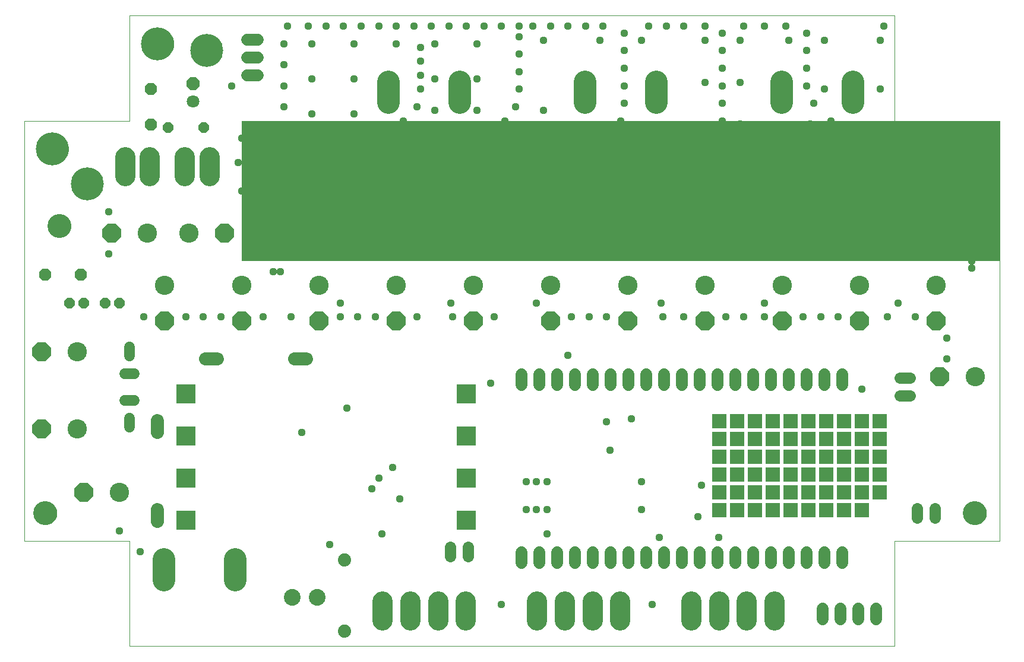
<source format=gbs>
G75*
G70*
%OFA0B0*%
%FSLAX24Y24*%
%IPPOS*%
%LPD*%
%AMOC8*
5,1,8,0,0,1.08239X$1,22.5*
%
%ADD10C,0.0000*%
%ADD11C,0.1340*%
%ADD12R,4.2520X0.7874*%
%ADD13C,0.1852*%
%ADD14C,0.0740*%
%ADD15C,0.0680*%
%ADD16C,0.0640*%
%ADD17C,0.1143*%
%ADD18C,0.1080*%
%ADD19OC8,0.1080*%
%ADD20C,0.0940*%
%ADD21C,0.1145*%
%ADD22C,0.0600*%
%ADD23C,0.0740*%
%ADD24C,0.1261*%
%ADD25R,0.1080X0.1080*%
%ADD26OC8,0.0680*%
%ADD27OC8,0.0600*%
%ADD28OC8,0.0710*%
%ADD29C,0.0710*%
%ADD30C,0.0437*%
%ADD31R,0.0840X0.0840*%
D10*
X008939Y004759D02*
X008939Y010664D01*
X003033Y010664D01*
X003033Y034286D01*
X008939Y034286D01*
X008939Y040192D01*
X051852Y040192D01*
X051852Y034286D01*
X057758Y034286D01*
X057758Y010664D01*
X051852Y010664D01*
X051852Y004759D01*
X008939Y004759D01*
X003584Y012239D02*
X003586Y012289D01*
X003592Y012339D01*
X003602Y012388D01*
X003616Y012436D01*
X003633Y012483D01*
X003654Y012528D01*
X003679Y012572D01*
X003707Y012613D01*
X003739Y012652D01*
X003773Y012689D01*
X003810Y012723D01*
X003850Y012753D01*
X003892Y012780D01*
X003936Y012804D01*
X003982Y012825D01*
X004029Y012841D01*
X004077Y012854D01*
X004127Y012863D01*
X004176Y012868D01*
X004227Y012869D01*
X004277Y012866D01*
X004326Y012859D01*
X004375Y012848D01*
X004423Y012833D01*
X004469Y012815D01*
X004514Y012793D01*
X004557Y012767D01*
X004598Y012738D01*
X004637Y012706D01*
X004673Y012671D01*
X004705Y012633D01*
X004735Y012593D01*
X004762Y012550D01*
X004785Y012506D01*
X004804Y012460D01*
X004820Y012412D01*
X004832Y012363D01*
X004840Y012314D01*
X004844Y012264D01*
X004844Y012214D01*
X004840Y012164D01*
X004832Y012115D01*
X004820Y012066D01*
X004804Y012018D01*
X004785Y011972D01*
X004762Y011928D01*
X004735Y011885D01*
X004705Y011845D01*
X004673Y011807D01*
X004637Y011772D01*
X004598Y011740D01*
X004557Y011711D01*
X004514Y011685D01*
X004469Y011663D01*
X004423Y011645D01*
X004375Y011630D01*
X004326Y011619D01*
X004277Y011612D01*
X004227Y011609D01*
X004176Y011610D01*
X004127Y011615D01*
X004077Y011624D01*
X004029Y011637D01*
X003982Y011653D01*
X003936Y011674D01*
X003892Y011698D01*
X003850Y011725D01*
X003810Y011755D01*
X003773Y011789D01*
X003739Y011826D01*
X003707Y011865D01*
X003679Y011906D01*
X003654Y011950D01*
X003633Y011995D01*
X003616Y012042D01*
X003602Y012090D01*
X003592Y012139D01*
X003586Y012189D01*
X003584Y012239D01*
X004372Y028381D02*
X004374Y028431D01*
X004380Y028481D01*
X004390Y028530D01*
X004404Y028578D01*
X004421Y028625D01*
X004442Y028670D01*
X004467Y028714D01*
X004495Y028755D01*
X004527Y028794D01*
X004561Y028831D01*
X004598Y028865D01*
X004638Y028895D01*
X004680Y028922D01*
X004724Y028946D01*
X004770Y028967D01*
X004817Y028983D01*
X004865Y028996D01*
X004915Y029005D01*
X004964Y029010D01*
X005015Y029011D01*
X005065Y029008D01*
X005114Y029001D01*
X005163Y028990D01*
X005211Y028975D01*
X005257Y028957D01*
X005302Y028935D01*
X005345Y028909D01*
X005386Y028880D01*
X005425Y028848D01*
X005461Y028813D01*
X005493Y028775D01*
X005523Y028735D01*
X005550Y028692D01*
X005573Y028648D01*
X005592Y028602D01*
X005608Y028554D01*
X005620Y028505D01*
X005628Y028456D01*
X005632Y028406D01*
X005632Y028356D01*
X005628Y028306D01*
X005620Y028257D01*
X005608Y028208D01*
X005592Y028160D01*
X005573Y028114D01*
X005550Y028070D01*
X005523Y028027D01*
X005493Y027987D01*
X005461Y027949D01*
X005425Y027914D01*
X005386Y027882D01*
X005345Y027853D01*
X005302Y027827D01*
X005257Y027805D01*
X005211Y027787D01*
X005163Y027772D01*
X005114Y027761D01*
X005065Y027754D01*
X005015Y027751D01*
X004964Y027752D01*
X004915Y027757D01*
X004865Y027766D01*
X004817Y027779D01*
X004770Y027795D01*
X004724Y027816D01*
X004680Y027840D01*
X004638Y027867D01*
X004598Y027897D01*
X004561Y027931D01*
X004527Y027968D01*
X004495Y028007D01*
X004467Y028048D01*
X004442Y028092D01*
X004421Y028137D01*
X004404Y028184D01*
X004390Y028232D01*
X004380Y028281D01*
X004374Y028331D01*
X004372Y028381D01*
X003722Y032712D02*
X003724Y032771D01*
X003730Y032830D01*
X003740Y032888D01*
X003753Y032946D01*
X003771Y033003D01*
X003792Y033058D01*
X003817Y033112D01*
X003846Y033164D01*
X003878Y033213D01*
X003913Y033261D01*
X003951Y033306D01*
X003992Y033349D01*
X004036Y033389D01*
X004082Y033425D01*
X004131Y033459D01*
X004182Y033489D01*
X004235Y033516D01*
X004290Y033539D01*
X004345Y033558D01*
X004403Y033574D01*
X004461Y033586D01*
X004519Y033594D01*
X004578Y033598D01*
X004638Y033598D01*
X004697Y033594D01*
X004755Y033586D01*
X004813Y033574D01*
X004871Y033558D01*
X004926Y033539D01*
X004981Y033516D01*
X005034Y033489D01*
X005085Y033459D01*
X005134Y033425D01*
X005180Y033389D01*
X005224Y033349D01*
X005265Y033306D01*
X005303Y033261D01*
X005338Y033213D01*
X005370Y033164D01*
X005399Y033112D01*
X005424Y033058D01*
X005445Y033003D01*
X005463Y032946D01*
X005476Y032888D01*
X005486Y032830D01*
X005492Y032771D01*
X005494Y032712D01*
X005492Y032653D01*
X005486Y032594D01*
X005476Y032536D01*
X005463Y032478D01*
X005445Y032421D01*
X005424Y032366D01*
X005399Y032312D01*
X005370Y032260D01*
X005338Y032211D01*
X005303Y032163D01*
X005265Y032118D01*
X005224Y032075D01*
X005180Y032035D01*
X005134Y031999D01*
X005085Y031965D01*
X005034Y031935D01*
X004981Y031908D01*
X004926Y031885D01*
X004871Y031866D01*
X004813Y031850D01*
X004755Y031838D01*
X004697Y031830D01*
X004638Y031826D01*
X004578Y031826D01*
X004519Y031830D01*
X004461Y031838D01*
X004403Y031850D01*
X004345Y031866D01*
X004290Y031885D01*
X004235Y031908D01*
X004182Y031935D01*
X004131Y031965D01*
X004082Y031999D01*
X004036Y032035D01*
X003992Y032075D01*
X003951Y032118D01*
X003913Y032163D01*
X003878Y032211D01*
X003846Y032260D01*
X003817Y032312D01*
X003792Y032366D01*
X003771Y032421D01*
X003753Y032478D01*
X003740Y032536D01*
X003730Y032594D01*
X003724Y032653D01*
X003722Y032712D01*
X009628Y038617D02*
X009630Y038676D01*
X009636Y038735D01*
X009646Y038793D01*
X009659Y038851D01*
X009677Y038908D01*
X009698Y038963D01*
X009723Y039017D01*
X009752Y039069D01*
X009784Y039118D01*
X009819Y039166D01*
X009857Y039211D01*
X009898Y039254D01*
X009942Y039294D01*
X009988Y039330D01*
X010037Y039364D01*
X010088Y039394D01*
X010141Y039421D01*
X010196Y039444D01*
X010251Y039463D01*
X010309Y039479D01*
X010367Y039491D01*
X010425Y039499D01*
X010484Y039503D01*
X010544Y039503D01*
X010603Y039499D01*
X010661Y039491D01*
X010719Y039479D01*
X010777Y039463D01*
X010832Y039444D01*
X010887Y039421D01*
X010940Y039394D01*
X010991Y039364D01*
X011040Y039330D01*
X011086Y039294D01*
X011130Y039254D01*
X011171Y039211D01*
X011209Y039166D01*
X011244Y039118D01*
X011276Y039069D01*
X011305Y039017D01*
X011330Y038963D01*
X011351Y038908D01*
X011369Y038851D01*
X011382Y038793D01*
X011392Y038735D01*
X011398Y038676D01*
X011400Y038617D01*
X011398Y038558D01*
X011392Y038499D01*
X011382Y038441D01*
X011369Y038383D01*
X011351Y038326D01*
X011330Y038271D01*
X011305Y038217D01*
X011276Y038165D01*
X011244Y038116D01*
X011209Y038068D01*
X011171Y038023D01*
X011130Y037980D01*
X011086Y037940D01*
X011040Y037904D01*
X010991Y037870D01*
X010940Y037840D01*
X010887Y037813D01*
X010832Y037790D01*
X010777Y037771D01*
X010719Y037755D01*
X010661Y037743D01*
X010603Y037735D01*
X010544Y037731D01*
X010484Y037731D01*
X010425Y037735D01*
X010367Y037743D01*
X010309Y037755D01*
X010251Y037771D01*
X010196Y037790D01*
X010141Y037813D01*
X010088Y037840D01*
X010037Y037870D01*
X009988Y037904D01*
X009942Y037940D01*
X009898Y037980D01*
X009857Y038023D01*
X009819Y038068D01*
X009784Y038116D01*
X009752Y038165D01*
X009723Y038217D01*
X009698Y038271D01*
X009677Y038326D01*
X009659Y038383D01*
X009646Y038441D01*
X009636Y038499D01*
X009630Y038558D01*
X009628Y038617D01*
X016183Y031530D02*
X016185Y031580D01*
X016191Y031630D01*
X016201Y031679D01*
X016215Y031727D01*
X016232Y031774D01*
X016253Y031819D01*
X016278Y031863D01*
X016306Y031904D01*
X016338Y031943D01*
X016372Y031980D01*
X016409Y032014D01*
X016449Y032044D01*
X016491Y032071D01*
X016535Y032095D01*
X016581Y032116D01*
X016628Y032132D01*
X016676Y032145D01*
X016726Y032154D01*
X016775Y032159D01*
X016826Y032160D01*
X016876Y032157D01*
X016925Y032150D01*
X016974Y032139D01*
X017022Y032124D01*
X017068Y032106D01*
X017113Y032084D01*
X017156Y032058D01*
X017197Y032029D01*
X017236Y031997D01*
X017272Y031962D01*
X017304Y031924D01*
X017334Y031884D01*
X017361Y031841D01*
X017384Y031797D01*
X017403Y031751D01*
X017419Y031703D01*
X017431Y031654D01*
X017439Y031605D01*
X017443Y031555D01*
X017443Y031505D01*
X017439Y031455D01*
X017431Y031406D01*
X017419Y031357D01*
X017403Y031309D01*
X017384Y031263D01*
X017361Y031219D01*
X017334Y031176D01*
X017304Y031136D01*
X017272Y031098D01*
X017236Y031063D01*
X017197Y031031D01*
X017156Y031002D01*
X017113Y030976D01*
X017068Y030954D01*
X017022Y030936D01*
X016974Y030921D01*
X016925Y030910D01*
X016876Y030903D01*
X016826Y030900D01*
X016775Y030901D01*
X016726Y030906D01*
X016676Y030915D01*
X016628Y030928D01*
X016581Y030944D01*
X016535Y030965D01*
X016491Y030989D01*
X016449Y031016D01*
X016409Y031046D01*
X016372Y031080D01*
X016338Y031117D01*
X016306Y031156D01*
X016278Y031197D01*
X016253Y031241D01*
X016232Y031286D01*
X016215Y031333D01*
X016201Y031381D01*
X016191Y031430D01*
X016185Y031480D01*
X016183Y031530D01*
X055553Y031530D02*
X055555Y031580D01*
X055561Y031630D01*
X055571Y031679D01*
X055585Y031727D01*
X055602Y031774D01*
X055623Y031819D01*
X055648Y031863D01*
X055676Y031904D01*
X055708Y031943D01*
X055742Y031980D01*
X055779Y032014D01*
X055819Y032044D01*
X055861Y032071D01*
X055905Y032095D01*
X055951Y032116D01*
X055998Y032132D01*
X056046Y032145D01*
X056096Y032154D01*
X056145Y032159D01*
X056196Y032160D01*
X056246Y032157D01*
X056295Y032150D01*
X056344Y032139D01*
X056392Y032124D01*
X056438Y032106D01*
X056483Y032084D01*
X056526Y032058D01*
X056567Y032029D01*
X056606Y031997D01*
X056642Y031962D01*
X056674Y031924D01*
X056704Y031884D01*
X056731Y031841D01*
X056754Y031797D01*
X056773Y031751D01*
X056789Y031703D01*
X056801Y031654D01*
X056809Y031605D01*
X056813Y031555D01*
X056813Y031505D01*
X056809Y031455D01*
X056801Y031406D01*
X056789Y031357D01*
X056773Y031309D01*
X056754Y031263D01*
X056731Y031219D01*
X056704Y031176D01*
X056674Y031136D01*
X056642Y031098D01*
X056606Y031063D01*
X056567Y031031D01*
X056526Y031002D01*
X056483Y030976D01*
X056438Y030954D01*
X056392Y030936D01*
X056344Y030921D01*
X056295Y030910D01*
X056246Y030903D01*
X056196Y030900D01*
X056145Y030901D01*
X056096Y030906D01*
X056046Y030915D01*
X055998Y030928D01*
X055951Y030944D01*
X055905Y030965D01*
X055861Y030989D01*
X055819Y031016D01*
X055779Y031046D01*
X055742Y031080D01*
X055708Y031117D01*
X055676Y031156D01*
X055648Y031197D01*
X055623Y031241D01*
X055602Y031286D01*
X055585Y031333D01*
X055571Y031381D01*
X055561Y031430D01*
X055555Y031480D01*
X055553Y031530D01*
X055750Y012239D02*
X055752Y012289D01*
X055758Y012339D01*
X055768Y012388D01*
X055782Y012436D01*
X055799Y012483D01*
X055820Y012528D01*
X055845Y012572D01*
X055873Y012613D01*
X055905Y012652D01*
X055939Y012689D01*
X055976Y012723D01*
X056016Y012753D01*
X056058Y012780D01*
X056102Y012804D01*
X056148Y012825D01*
X056195Y012841D01*
X056243Y012854D01*
X056293Y012863D01*
X056342Y012868D01*
X056393Y012869D01*
X056443Y012866D01*
X056492Y012859D01*
X056541Y012848D01*
X056589Y012833D01*
X056635Y012815D01*
X056680Y012793D01*
X056723Y012767D01*
X056764Y012738D01*
X056803Y012706D01*
X056839Y012671D01*
X056871Y012633D01*
X056901Y012593D01*
X056928Y012550D01*
X056951Y012506D01*
X056970Y012460D01*
X056986Y012412D01*
X056998Y012363D01*
X057006Y012314D01*
X057010Y012264D01*
X057010Y012214D01*
X057006Y012164D01*
X056998Y012115D01*
X056986Y012066D01*
X056970Y012018D01*
X056951Y011972D01*
X056928Y011928D01*
X056901Y011885D01*
X056871Y011845D01*
X056839Y011807D01*
X056803Y011772D01*
X056764Y011740D01*
X056723Y011711D01*
X056680Y011685D01*
X056635Y011663D01*
X056589Y011645D01*
X056541Y011630D01*
X056492Y011619D01*
X056443Y011612D01*
X056393Y011609D01*
X056342Y011610D01*
X056293Y011615D01*
X056243Y011624D01*
X056195Y011637D01*
X056148Y011653D01*
X056102Y011674D01*
X056058Y011698D01*
X056016Y011725D01*
X055976Y011755D01*
X055939Y011789D01*
X055905Y011826D01*
X055873Y011865D01*
X055845Y011906D01*
X055820Y011950D01*
X055799Y011995D01*
X055782Y012042D01*
X055768Y012090D01*
X055758Y012139D01*
X055752Y012189D01*
X055750Y012239D01*
D11*
X056380Y012239D03*
X056183Y031530D03*
X016813Y031530D03*
X005002Y028381D03*
X004214Y012239D03*
D12*
X036498Y030349D03*
D13*
X013270Y038223D03*
X010514Y038617D03*
X004608Y032712D03*
X006577Y030743D03*
D14*
X020996Y009595D03*
X020996Y005595D03*
D15*
X030923Y009423D02*
X030923Y010023D01*
X031923Y010023D02*
X031923Y009423D01*
X032923Y009423D02*
X032923Y010023D01*
X033923Y010023D02*
X033923Y009423D01*
X034923Y009423D02*
X034923Y010023D01*
X035923Y010023D02*
X035923Y009423D01*
X036923Y009423D02*
X036923Y010023D01*
X037923Y010023D02*
X037923Y009423D01*
X038923Y009423D02*
X038923Y010023D01*
X039923Y010023D02*
X039923Y009423D01*
X040923Y009423D02*
X040923Y010023D01*
X041923Y010023D02*
X041923Y009423D01*
X042923Y009423D02*
X042923Y010023D01*
X043923Y010023D02*
X043923Y009423D01*
X044923Y009423D02*
X044923Y010023D01*
X045923Y010023D02*
X045923Y009423D01*
X046923Y009423D02*
X046923Y010023D01*
X047923Y010023D02*
X047923Y009423D01*
X048923Y009423D02*
X048923Y010023D01*
X048829Y006860D02*
X048829Y006260D01*
X049829Y006260D02*
X049829Y006860D01*
X050829Y006860D02*
X050829Y006260D01*
X047829Y006260D02*
X047829Y006860D01*
X047923Y019423D02*
X047923Y020023D01*
X046923Y020023D02*
X046923Y019423D01*
X045923Y019423D02*
X045923Y020023D01*
X044923Y020023D02*
X044923Y019423D01*
X043923Y019423D02*
X043923Y020023D01*
X042923Y020023D02*
X042923Y019423D01*
X041923Y019423D02*
X041923Y020023D01*
X040923Y020023D02*
X040923Y019423D01*
X039923Y019423D02*
X039923Y020023D01*
X038923Y020023D02*
X038923Y019423D01*
X037923Y019423D02*
X037923Y020023D01*
X036923Y020023D02*
X036923Y019423D01*
X035923Y019423D02*
X035923Y020023D01*
X034923Y020023D02*
X034923Y019423D01*
X033923Y019423D02*
X033923Y020023D01*
X032923Y020023D02*
X032923Y019423D01*
X031923Y019423D02*
X031923Y020023D01*
X030923Y020023D02*
X030923Y019423D01*
X048923Y019423D02*
X048923Y020023D01*
X016144Y036830D02*
X015544Y036830D01*
X015544Y037830D02*
X016144Y037830D01*
X016144Y038830D02*
X015544Y038830D01*
D16*
X052163Y019826D02*
X052723Y019826D01*
X052723Y018826D02*
X052163Y018826D01*
X053124Y012519D02*
X053124Y011959D01*
X054124Y011959D02*
X054124Y012519D01*
X027943Y010354D02*
X027943Y009794D01*
X026943Y009794D02*
X026943Y010354D01*
D17*
X013415Y031170D02*
X013415Y032233D01*
X012037Y032233D02*
X012037Y031170D01*
X010069Y031170D02*
X010069Y032233D01*
X008691Y032233D02*
X008691Y031170D01*
D18*
X009939Y027987D03*
X012270Y027987D03*
X010907Y025050D03*
X015238Y025050D03*
X019569Y025050D03*
X023900Y025050D03*
X028230Y025050D03*
X032561Y025050D03*
X036892Y025050D03*
X041222Y025050D03*
X045553Y025050D03*
X049884Y025050D03*
X054214Y025050D03*
X056396Y019916D03*
X008364Y013420D03*
X006002Y016964D03*
X006002Y021294D03*
D19*
X004002Y021294D03*
X004002Y016964D03*
X006364Y013420D03*
X010907Y023050D03*
X015238Y023050D03*
X019569Y023050D03*
X023900Y023050D03*
X028230Y023050D03*
X032561Y023050D03*
X036892Y023050D03*
X041222Y023050D03*
X045553Y023050D03*
X049884Y023050D03*
X054214Y023050D03*
X054396Y019916D03*
X014270Y027987D03*
X007939Y027987D03*
D20*
X018073Y007515D03*
X019451Y007515D03*
D21*
X023134Y007260D02*
X023134Y006195D01*
X024694Y006195D02*
X024694Y007260D01*
X026254Y007260D02*
X026254Y006195D01*
X027814Y006195D02*
X027814Y007260D01*
X031796Y007260D02*
X031796Y006195D01*
X033356Y006195D02*
X033356Y007260D01*
X034916Y007260D02*
X034916Y006195D01*
X036476Y006195D02*
X036476Y007260D01*
X040457Y007260D02*
X040457Y006195D01*
X042017Y006195D02*
X042017Y007260D01*
X043577Y007260D02*
X043577Y006195D01*
X045137Y006195D02*
X045137Y007260D01*
D22*
X008939Y017066D02*
X008939Y017586D01*
X008679Y018576D02*
X009199Y018576D01*
X009199Y020076D02*
X008679Y020076D01*
X008939Y021066D02*
X008939Y021586D01*
D23*
X013196Y020901D02*
X013856Y020901D01*
X018196Y020901D02*
X018856Y020901D01*
X010514Y017431D02*
X010514Y016771D01*
X010514Y012431D02*
X010514Y011771D01*
D24*
X010876Y009643D02*
X010876Y008462D01*
X014876Y008462D02*
X014876Y009643D01*
X023474Y035308D02*
X023474Y036489D01*
X027474Y036489D02*
X027474Y035308D01*
X034498Y035308D02*
X034498Y036489D01*
X038498Y036489D02*
X038498Y035308D01*
X045522Y035308D02*
X045522Y036489D01*
X049522Y036489D02*
X049522Y035308D01*
D25*
X027837Y018932D03*
X027837Y016570D03*
X027837Y014208D03*
X027837Y011845D03*
X012089Y011845D03*
X012089Y014208D03*
X012089Y016570D03*
X012089Y018932D03*
D26*
X006199Y025625D03*
X004199Y025625D03*
X010120Y034074D03*
X010120Y036074D03*
D27*
X011089Y033893D03*
X013089Y033893D03*
X008364Y024050D03*
X007577Y024050D03*
X006364Y024050D03*
X005577Y024050D03*
D28*
X012482Y036361D03*
D29*
X012482Y035361D03*
D30*
X014648Y036255D03*
X017600Y036255D03*
X017600Y037436D03*
X017600Y038617D03*
X017797Y039601D03*
X018978Y039601D03*
X019963Y039601D03*
X020947Y039601D03*
X021931Y039601D03*
X022915Y039601D03*
X023900Y039601D03*
X024884Y039601D03*
X025868Y039601D03*
X026852Y039601D03*
X027837Y039601D03*
X028821Y039601D03*
X029805Y039601D03*
X030789Y039601D03*
X030789Y039011D03*
X031577Y039601D03*
X032167Y038814D03*
X032561Y039601D03*
X033545Y039601D03*
X034529Y039601D03*
X035514Y039601D03*
X035317Y038814D03*
X036695Y039208D03*
X036695Y038223D03*
X037679Y038814D03*
X038073Y039601D03*
X039057Y039601D03*
X040041Y039601D03*
X041222Y039601D03*
X042207Y039208D03*
X041222Y038814D03*
X042207Y038223D03*
X043191Y038814D03*
X043388Y039601D03*
X044569Y039601D03*
X045750Y039601D03*
X045947Y038814D03*
X046931Y039208D03*
X047915Y038814D03*
X046931Y038223D03*
X046931Y037239D03*
X046931Y036255D03*
X047915Y036058D03*
X047325Y035271D03*
X047128Y034090D03*
X048309Y034286D03*
X048506Y033302D03*
X047128Y032515D03*
X046340Y032515D03*
X045553Y032515D03*
X044766Y032515D03*
X044766Y031727D03*
X045553Y031727D03*
X046340Y031727D03*
X046340Y030940D03*
X045553Y030940D03*
X044766Y030940D03*
X043978Y030940D03*
X043978Y031727D03*
X043978Y032515D03*
X042207Y032318D03*
X042207Y031334D03*
X040829Y031727D03*
X040041Y031727D03*
X040041Y030940D03*
X040829Y030940D03*
X042207Y030349D03*
X042403Y029562D03*
X041813Y029562D03*
X042994Y029562D03*
X041222Y028381D03*
X041222Y027987D03*
X041222Y027593D03*
X039254Y030152D03*
X039254Y030940D03*
X038466Y030940D03*
X037679Y030940D03*
X037679Y031727D03*
X038466Y031727D03*
X039254Y031727D03*
X039254Y032515D03*
X038466Y032515D03*
X037679Y032515D03*
X036104Y032318D03*
X036104Y031334D03*
X036104Y030349D03*
X036104Y029562D03*
X035514Y029562D03*
X036695Y029562D03*
X034923Y028381D03*
X034923Y027987D03*
X034923Y027593D03*
X032955Y030152D03*
X032955Y030940D03*
X032167Y030940D03*
X031380Y030940D03*
X031380Y031727D03*
X032167Y031727D03*
X032955Y031727D03*
X033742Y031727D03*
X034529Y031727D03*
X034529Y030940D03*
X033742Y030940D03*
X033742Y032515D03*
X034529Y032515D03*
X032955Y032515D03*
X032167Y032515D03*
X031380Y032515D03*
X030002Y032318D03*
X030002Y031334D03*
X029805Y030349D03*
X029805Y029562D03*
X029214Y029562D03*
X030396Y029562D03*
X028624Y028381D03*
X028624Y027987D03*
X028624Y027593D03*
X026655Y030152D03*
X026655Y030940D03*
X027443Y030940D03*
X028230Y030940D03*
X028230Y031727D03*
X027443Y031727D03*
X026655Y031727D03*
X025868Y031727D03*
X025081Y031727D03*
X025081Y030940D03*
X025868Y030940D03*
X025868Y032515D03*
X025081Y032515D03*
X023703Y032318D03*
X023703Y031334D03*
X023506Y030349D03*
X023506Y029562D03*
X024096Y029562D03*
X022915Y029562D03*
X022325Y028381D03*
X022325Y027987D03*
X022325Y027593D03*
X020356Y030152D03*
X020356Y030940D03*
X021144Y030940D03*
X021931Y030940D03*
X021931Y031727D03*
X021144Y031727D03*
X020356Y031727D03*
X019569Y031727D03*
X018781Y031727D03*
X018781Y030940D03*
X019569Y030940D03*
X017403Y029759D03*
X017010Y029759D03*
X017994Y029562D03*
X016026Y029562D03*
X015238Y030349D03*
X015041Y031924D03*
X015238Y033302D03*
X016419Y033302D03*
X017600Y032712D03*
X018781Y032515D03*
X019569Y032515D03*
X020356Y032515D03*
X021144Y032515D03*
X021931Y032515D03*
X023703Y033302D03*
X024293Y034286D03*
X025081Y035074D03*
X026065Y034877D03*
X025277Y036058D03*
X025277Y036845D03*
X026065Y036649D03*
X025277Y037633D03*
X025277Y038420D03*
X026065Y038617D03*
X023900Y038617D03*
X021537Y038617D03*
X019175Y038617D03*
X019175Y036649D03*
X017600Y035074D03*
X017600Y033893D03*
X019175Y034680D03*
X021537Y034680D03*
X021537Y036649D03*
X026655Y032515D03*
X027443Y032515D03*
X028230Y032515D03*
X030002Y033302D03*
X030002Y034286D03*
X030592Y035074D03*
X030789Y036058D03*
X030789Y037042D03*
X030789Y038027D03*
X028427Y038617D03*
X028427Y036649D03*
X028427Y034877D03*
X032167Y034877D03*
X036104Y033302D03*
X036498Y034286D03*
X036695Y035271D03*
X036695Y036255D03*
X036695Y037239D03*
X041222Y036452D03*
X042207Y036255D03*
X042207Y037239D03*
X043191Y036452D03*
X042207Y035271D03*
X042207Y034286D03*
X042207Y033302D03*
X043191Y034090D03*
X040829Y032515D03*
X040041Y032515D03*
X045553Y030152D03*
X047128Y030940D03*
X047128Y031727D03*
X048506Y031334D03*
X048506Y030546D03*
X048703Y029562D03*
X049293Y029562D03*
X048112Y029562D03*
X047522Y028381D03*
X047522Y027987D03*
X047522Y027593D03*
X051852Y030152D03*
X051852Y030940D03*
X051065Y030940D03*
X051065Y031727D03*
X051852Y031727D03*
X052640Y031727D03*
X053427Y031727D03*
X053427Y030940D03*
X052640Y030940D03*
X052640Y032515D03*
X051852Y032515D03*
X051065Y032515D03*
X050277Y032515D03*
X050277Y031727D03*
X050277Y030940D03*
X048506Y032318D03*
X051065Y036058D03*
X054608Y033696D03*
X053427Y032515D03*
X054608Y030152D03*
X055199Y029562D03*
X056380Y029956D03*
X056774Y029956D03*
X053821Y028381D03*
X053821Y027987D03*
X053821Y027593D03*
X056183Y026806D03*
X056183Y026412D03*
X056183Y026019D03*
X053033Y023263D03*
X052049Y024050D03*
X051459Y023263D03*
X048703Y023263D03*
X047718Y023263D03*
X046734Y023263D03*
X044569Y023263D03*
X044569Y024050D03*
X043388Y023263D03*
X042403Y023263D03*
X040041Y023263D03*
X038860Y023263D03*
X038754Y024050D03*
X035711Y023263D03*
X034726Y023263D03*
X033742Y023263D03*
X031774Y024050D03*
X029411Y023263D03*
X027049Y023263D03*
X026951Y024050D03*
X025081Y023263D03*
X022718Y023263D03*
X021734Y023263D03*
X020750Y023263D03*
X020750Y024050D03*
X017994Y023263D03*
X016419Y023263D03*
X014057Y023263D03*
X013073Y023263D03*
X012089Y023263D03*
X009726Y023263D03*
X007758Y026806D03*
X007758Y029168D03*
X015829Y027790D03*
X016222Y027790D03*
X016813Y027003D03*
X017010Y025822D03*
X017403Y025822D03*
X021144Y018145D03*
X018585Y016767D03*
X022915Y014208D03*
X023703Y014798D03*
X022522Y013617D03*
X024096Y013027D03*
X023112Y011058D03*
X020159Y010467D03*
X029805Y007121D03*
X032364Y011058D03*
X032364Y012436D03*
X031774Y012436D03*
X031183Y012436D03*
X031183Y014011D03*
X031774Y014011D03*
X032364Y014011D03*
X035907Y015782D03*
X035711Y017357D03*
X037089Y017554D03*
X037679Y014011D03*
X037679Y012436D03*
X038663Y010861D03*
X040829Y012042D03*
X042010Y010861D03*
X041026Y013814D03*
X050041Y019212D03*
X054805Y020901D03*
X054805Y022082D03*
X033545Y021097D03*
X029214Y019523D03*
X038270Y007121D03*
X009529Y010074D03*
X008348Y011255D03*
X051065Y038814D03*
X051262Y039601D03*
D31*
X051041Y017404D03*
X051041Y016404D03*
X050041Y016404D03*
X049041Y016404D03*
X048041Y016404D03*
X047041Y016404D03*
X046041Y016404D03*
X045041Y016404D03*
X044041Y016404D03*
X043041Y016404D03*
X042041Y016404D03*
X042041Y017404D03*
X043041Y017404D03*
X044041Y017404D03*
X045041Y017404D03*
X046041Y017404D03*
X047041Y017404D03*
X048041Y017404D03*
X049041Y017404D03*
X050041Y017404D03*
X050041Y015404D03*
X050041Y014404D03*
X050041Y013404D03*
X049041Y013404D03*
X048041Y013404D03*
X047041Y013404D03*
X046041Y013404D03*
X045041Y013404D03*
X044041Y013404D03*
X043041Y013404D03*
X042041Y013404D03*
X042041Y014404D03*
X043041Y014404D03*
X044041Y014404D03*
X045041Y014404D03*
X046041Y014404D03*
X047041Y014404D03*
X048041Y014404D03*
X049041Y014404D03*
X049041Y015404D03*
X048041Y015404D03*
X047041Y015404D03*
X046041Y015404D03*
X045041Y015404D03*
X044041Y015404D03*
X043041Y015404D03*
X042041Y015404D03*
X042041Y012404D03*
X043041Y012404D03*
X044041Y012404D03*
X045041Y012404D03*
X046041Y012404D03*
X047041Y012404D03*
X048041Y012404D03*
X049041Y012404D03*
X050041Y012404D03*
X051041Y013404D03*
X051041Y014404D03*
X051041Y015404D03*
M02*

</source>
